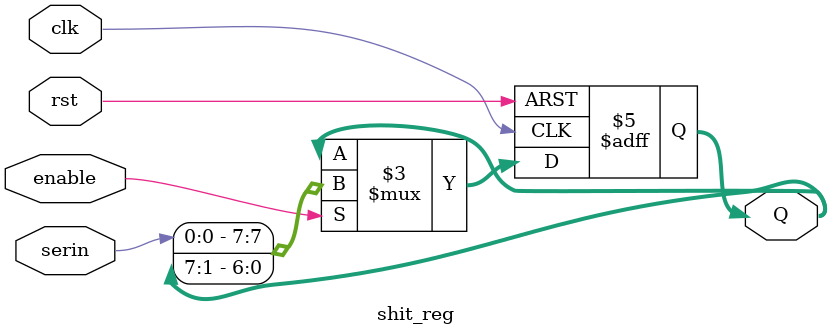
<source format=v>
`timescale 1ns / 1ps


module shit_reg # (parameter width = 8)(
    input serin,
    output reg [width-1:0] Q,
    input clk,
    input enable,
    input rst
    );
    
   always@(posedge rst or posedge clk)
   begin
        if (rst)
            Q <= {width{1'b0}};
        else
            if(enable)
                Q <= {serin,Q[width-1:1]};
            else
                Q <= Q;
   end
    
endmodule

</source>
